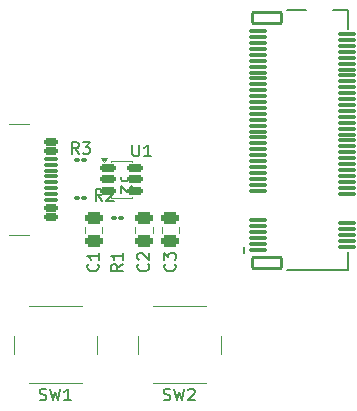
<source format=gbr>
%TF.GenerationSoftware,KiCad,Pcbnew,9.0.5*%
%TF.CreationDate,2025-10-31T02:29:56+01:00*%
%TF.ProjectId,ESP32S3UMCarrierBoard,45535033-3253-4335-954d-436172726965,rev?*%
%TF.SameCoordinates,Original*%
%TF.FileFunction,Legend,Top*%
%TF.FilePolarity,Positive*%
%FSLAX46Y46*%
G04 Gerber Fmt 4.6, Leading zero omitted, Abs format (unit mm)*
G04 Created by KiCad (PCBNEW 9.0.5) date 2025-10-31 02:29:56*
%MOMM*%
%LPD*%
G01*
G04 APERTURE LIST*
G04 Aperture macros list*
%AMRoundRect*
0 Rectangle with rounded corners*
0 $1 Rounding radius*
0 $2 $3 $4 $5 $6 $7 $8 $9 X,Y pos of 4 corners*
0 Add a 4 corners polygon primitive as box body*
4,1,4,$2,$3,$4,$5,$6,$7,$8,$9,$2,$3,0*
0 Add four circle primitives for the rounded corners*
1,1,$1+$1,$2,$3*
1,1,$1+$1,$4,$5*
1,1,$1+$1,$6,$7*
1,1,$1+$1,$8,$9*
0 Add four rect primitives between the rounded corners*
20,1,$1+$1,$2,$3,$4,$5,0*
20,1,$1+$1,$4,$5,$6,$7,0*
20,1,$1+$1,$6,$7,$8,$9,0*
20,1,$1+$1,$8,$9,$2,$3,0*%
G04 Aperture macros list end*
%ADD10C,0.150000*%
%ADD11C,0.120000*%
%ADD12C,0.127000*%
%ADD13C,1.025000*%
%ADD14C,0.725000*%
%ADD15RoundRect,0.250000X-0.475000X0.250000X-0.475000X-0.250000X0.475000X-0.250000X0.475000X0.250000X0*%
%ADD16RoundRect,0.100000X-0.130000X-0.100000X0.130000X-0.100000X0.130000X0.100000X-0.130000X0.100000X0*%
%ADD17C,2.000000*%
%ADD18RoundRect,0.150000X-0.512500X-0.150000X0.512500X-0.150000X0.512500X0.150000X-0.512500X0.150000X0*%
%ADD19C,4.600000*%
%ADD20RoundRect,0.152500X1.232500X-0.457500X1.232500X0.457500X-1.232500X0.457500X-1.232500X-0.457500X0*%
%ADD21C,1.100000*%
%ADD22C,1.550000*%
%ADD23RoundRect,0.080000X0.705000X-0.080000X0.705000X0.080000X-0.705000X0.080000X-0.705000X-0.080000X0*%
%ADD24C,0.650000*%
%ADD25RoundRect,0.150000X-0.425000X0.150000X-0.425000X-0.150000X0.425000X-0.150000X0.425000X0.150000X0*%
%ADD26RoundRect,0.075000X-0.500000X0.075000X-0.500000X-0.075000X0.500000X-0.075000X0.500000X0.075000X0*%
%ADD27O,2.100000X1.000000*%
%ADD28O,1.800000X1.000000*%
G04 APERTURE END LIST*
D10*
X11109580Y15333334D02*
X11157200Y15285715D01*
X11157200Y15285715D02*
X11204819Y15142858D01*
X11204819Y15142858D02*
X11204819Y15047620D01*
X11204819Y15047620D02*
X11157200Y14904763D01*
X11157200Y14904763D02*
X11061961Y14809525D01*
X11061961Y14809525D02*
X10966723Y14761906D01*
X10966723Y14761906D02*
X10776247Y14714287D01*
X10776247Y14714287D02*
X10633390Y14714287D01*
X10633390Y14714287D02*
X10442914Y14761906D01*
X10442914Y14761906D02*
X10347676Y14809525D01*
X10347676Y14809525D02*
X10252438Y14904763D01*
X10252438Y14904763D02*
X10204819Y15047620D01*
X10204819Y15047620D02*
X10204819Y15142858D01*
X10204819Y15142858D02*
X10252438Y15285715D01*
X10252438Y15285715D02*
X10300057Y15333334D01*
X11204819Y16285715D02*
X11204819Y15714287D01*
X11204819Y16000001D02*
X10204819Y16000001D01*
X10204819Y16000001D02*
X10347676Y15904763D01*
X10347676Y15904763D02*
X10442914Y15809525D01*
X10442914Y15809525D02*
X10490533Y15714287D01*
X17609580Y15333334D02*
X17657200Y15285715D01*
X17657200Y15285715D02*
X17704819Y15142858D01*
X17704819Y15142858D02*
X17704819Y15047620D01*
X17704819Y15047620D02*
X17657200Y14904763D01*
X17657200Y14904763D02*
X17561961Y14809525D01*
X17561961Y14809525D02*
X17466723Y14761906D01*
X17466723Y14761906D02*
X17276247Y14714287D01*
X17276247Y14714287D02*
X17133390Y14714287D01*
X17133390Y14714287D02*
X16942914Y14761906D01*
X16942914Y14761906D02*
X16847676Y14809525D01*
X16847676Y14809525D02*
X16752438Y14904763D01*
X16752438Y14904763D02*
X16704819Y15047620D01*
X16704819Y15047620D02*
X16704819Y15142858D01*
X16704819Y15142858D02*
X16752438Y15285715D01*
X16752438Y15285715D02*
X16800057Y15333334D01*
X16704819Y15666668D02*
X16704819Y16285715D01*
X16704819Y16285715D02*
X17085771Y15952382D01*
X17085771Y15952382D02*
X17085771Y16095239D01*
X17085771Y16095239D02*
X17133390Y16190477D01*
X17133390Y16190477D02*
X17181009Y16238096D01*
X17181009Y16238096D02*
X17276247Y16285715D01*
X17276247Y16285715D02*
X17514342Y16285715D01*
X17514342Y16285715D02*
X17609580Y16238096D01*
X17609580Y16238096D02*
X17657200Y16190477D01*
X17657200Y16190477D02*
X17704819Y16095239D01*
X17704819Y16095239D02*
X17704819Y15809525D01*
X17704819Y15809525D02*
X17657200Y15714287D01*
X17657200Y15714287D02*
X17609580Y15666668D01*
X11478333Y20695181D02*
X11145000Y21171372D01*
X10906905Y20695181D02*
X10906905Y21695181D01*
X10906905Y21695181D02*
X11287857Y21695181D01*
X11287857Y21695181D02*
X11383095Y21647562D01*
X11383095Y21647562D02*
X11430714Y21599943D01*
X11430714Y21599943D02*
X11478333Y21504705D01*
X11478333Y21504705D02*
X11478333Y21361848D01*
X11478333Y21361848D02*
X11430714Y21266610D01*
X11430714Y21266610D02*
X11383095Y21218991D01*
X11383095Y21218991D02*
X11287857Y21171372D01*
X11287857Y21171372D02*
X10906905Y21171372D01*
X11859286Y21599943D02*
X11906905Y21647562D01*
X11906905Y21647562D02*
X12002143Y21695181D01*
X12002143Y21695181D02*
X12240238Y21695181D01*
X12240238Y21695181D02*
X12335476Y21647562D01*
X12335476Y21647562D02*
X12383095Y21599943D01*
X12383095Y21599943D02*
X12430714Y21504705D01*
X12430714Y21504705D02*
X12430714Y21409467D01*
X12430714Y21409467D02*
X12383095Y21266610D01*
X12383095Y21266610D02*
X11811667Y20695181D01*
X11811667Y20695181D02*
X12430714Y20695181D01*
X6166667Y3842800D02*
X6309524Y3795181D01*
X6309524Y3795181D02*
X6547619Y3795181D01*
X6547619Y3795181D02*
X6642857Y3842800D01*
X6642857Y3842800D02*
X6690476Y3890420D01*
X6690476Y3890420D02*
X6738095Y3985658D01*
X6738095Y3985658D02*
X6738095Y4080896D01*
X6738095Y4080896D02*
X6690476Y4176134D01*
X6690476Y4176134D02*
X6642857Y4223753D01*
X6642857Y4223753D02*
X6547619Y4271372D01*
X6547619Y4271372D02*
X6357143Y4318991D01*
X6357143Y4318991D02*
X6261905Y4366610D01*
X6261905Y4366610D02*
X6214286Y4414229D01*
X6214286Y4414229D02*
X6166667Y4509467D01*
X6166667Y4509467D02*
X6166667Y4604705D01*
X6166667Y4604705D02*
X6214286Y4699943D01*
X6214286Y4699943D02*
X6261905Y4747562D01*
X6261905Y4747562D02*
X6357143Y4795181D01*
X6357143Y4795181D02*
X6595238Y4795181D01*
X6595238Y4795181D02*
X6738095Y4747562D01*
X7071429Y4795181D02*
X7309524Y3795181D01*
X7309524Y3795181D02*
X7500000Y4509467D01*
X7500000Y4509467D02*
X7690476Y3795181D01*
X7690476Y3795181D02*
X7928572Y4795181D01*
X8833333Y3795181D02*
X8261905Y3795181D01*
X8547619Y3795181D02*
X8547619Y4795181D01*
X8547619Y4795181D02*
X8452381Y4652324D01*
X8452381Y4652324D02*
X8357143Y4557086D01*
X8357143Y4557086D02*
X8261905Y4509467D01*
X16666667Y3842800D02*
X16809524Y3795181D01*
X16809524Y3795181D02*
X17047619Y3795181D01*
X17047619Y3795181D02*
X17142857Y3842800D01*
X17142857Y3842800D02*
X17190476Y3890420D01*
X17190476Y3890420D02*
X17238095Y3985658D01*
X17238095Y3985658D02*
X17238095Y4080896D01*
X17238095Y4080896D02*
X17190476Y4176134D01*
X17190476Y4176134D02*
X17142857Y4223753D01*
X17142857Y4223753D02*
X17047619Y4271372D01*
X17047619Y4271372D02*
X16857143Y4318991D01*
X16857143Y4318991D02*
X16761905Y4366610D01*
X16761905Y4366610D02*
X16714286Y4414229D01*
X16714286Y4414229D02*
X16666667Y4509467D01*
X16666667Y4509467D02*
X16666667Y4604705D01*
X16666667Y4604705D02*
X16714286Y4699943D01*
X16714286Y4699943D02*
X16761905Y4747562D01*
X16761905Y4747562D02*
X16857143Y4795181D01*
X16857143Y4795181D02*
X17095238Y4795181D01*
X17095238Y4795181D02*
X17238095Y4747562D01*
X17571429Y4795181D02*
X17809524Y3795181D01*
X17809524Y3795181D02*
X18000000Y4509467D01*
X18000000Y4509467D02*
X18190476Y3795181D01*
X18190476Y3795181D02*
X18428572Y4795181D01*
X18761905Y4699943D02*
X18809524Y4747562D01*
X18809524Y4747562D02*
X18904762Y4795181D01*
X18904762Y4795181D02*
X19142857Y4795181D01*
X19142857Y4795181D02*
X19238095Y4747562D01*
X19238095Y4747562D02*
X19285714Y4699943D01*
X19285714Y4699943D02*
X19333333Y4604705D01*
X19333333Y4604705D02*
X19333333Y4509467D01*
X19333333Y4509467D02*
X19285714Y4366610D01*
X19285714Y4366610D02*
X18714286Y3795181D01*
X18714286Y3795181D02*
X19333333Y3795181D01*
X14038095Y25445181D02*
X14038095Y24635658D01*
X14038095Y24635658D02*
X14085714Y24540420D01*
X14085714Y24540420D02*
X14133333Y24492800D01*
X14133333Y24492800D02*
X14228571Y24445181D01*
X14228571Y24445181D02*
X14419047Y24445181D01*
X14419047Y24445181D02*
X14514285Y24492800D01*
X14514285Y24492800D02*
X14561904Y24540420D01*
X14561904Y24540420D02*
X14609523Y24635658D01*
X14609523Y24635658D02*
X14609523Y25445181D01*
X15609523Y24445181D02*
X15038095Y24445181D01*
X15323809Y24445181D02*
X15323809Y25445181D01*
X15323809Y25445181D02*
X15228571Y25302324D01*
X15228571Y25302324D02*
X15133333Y25207086D01*
X15133333Y25207086D02*
X15038095Y25159467D01*
X9478333Y24645181D02*
X9145000Y25121372D01*
X8906905Y24645181D02*
X8906905Y25645181D01*
X8906905Y25645181D02*
X9287857Y25645181D01*
X9287857Y25645181D02*
X9383095Y25597562D01*
X9383095Y25597562D02*
X9430714Y25549943D01*
X9430714Y25549943D02*
X9478333Y25454705D01*
X9478333Y25454705D02*
X9478333Y25311848D01*
X9478333Y25311848D02*
X9430714Y25216610D01*
X9430714Y25216610D02*
X9383095Y25168991D01*
X9383095Y25168991D02*
X9287857Y25121372D01*
X9287857Y25121372D02*
X8906905Y25121372D01*
X9811667Y25645181D02*
X10430714Y25645181D01*
X10430714Y25645181D02*
X10097381Y25264229D01*
X10097381Y25264229D02*
X10240238Y25264229D01*
X10240238Y25264229D02*
X10335476Y25216610D01*
X10335476Y25216610D02*
X10383095Y25168991D01*
X10383095Y25168991D02*
X10430714Y25073753D01*
X10430714Y25073753D02*
X10430714Y24835658D01*
X10430714Y24835658D02*
X10383095Y24740420D01*
X10383095Y24740420D02*
X10335476Y24692800D01*
X10335476Y24692800D02*
X10240238Y24645181D01*
X10240238Y24645181D02*
X9954524Y24645181D01*
X9954524Y24645181D02*
X9859286Y24692800D01*
X9859286Y24692800D02*
X9811667Y24740420D01*
X15359580Y15333334D02*
X15407200Y15285715D01*
X15407200Y15285715D02*
X15454819Y15142858D01*
X15454819Y15142858D02*
X15454819Y15047620D01*
X15454819Y15047620D02*
X15407200Y14904763D01*
X15407200Y14904763D02*
X15311961Y14809525D01*
X15311961Y14809525D02*
X15216723Y14761906D01*
X15216723Y14761906D02*
X15026247Y14714287D01*
X15026247Y14714287D02*
X14883390Y14714287D01*
X14883390Y14714287D02*
X14692914Y14761906D01*
X14692914Y14761906D02*
X14597676Y14809525D01*
X14597676Y14809525D02*
X14502438Y14904763D01*
X14502438Y14904763D02*
X14454819Y15047620D01*
X14454819Y15047620D02*
X14454819Y15142858D01*
X14454819Y15142858D02*
X14502438Y15285715D01*
X14502438Y15285715D02*
X14550057Y15333334D01*
X14550057Y15714287D02*
X14502438Y15761906D01*
X14502438Y15761906D02*
X14454819Y15857144D01*
X14454819Y15857144D02*
X14454819Y16095239D01*
X14454819Y16095239D02*
X14502438Y16190477D01*
X14502438Y16190477D02*
X14550057Y16238096D01*
X14550057Y16238096D02*
X14645295Y16285715D01*
X14645295Y16285715D02*
X14740533Y16285715D01*
X14740533Y16285715D02*
X14883390Y16238096D01*
X14883390Y16238096D02*
X15454819Y15666668D01*
X15454819Y15666668D02*
X15454819Y16285715D01*
X14025565Y22352949D02*
X13311280Y22352949D01*
X13311280Y22352949D02*
X13168423Y22400568D01*
X13168423Y22400568D02*
X13073185Y22495806D01*
X13073185Y22495806D02*
X13025565Y22638663D01*
X13025565Y22638663D02*
X13025565Y22733901D01*
X13930327Y21924377D02*
X13977946Y21876758D01*
X13977946Y21876758D02*
X14025565Y21781520D01*
X14025565Y21781520D02*
X14025565Y21543425D01*
X14025565Y21543425D02*
X13977946Y21448187D01*
X13977946Y21448187D02*
X13930327Y21400568D01*
X13930327Y21400568D02*
X13835089Y21352949D01*
X13835089Y21352949D02*
X13739851Y21352949D01*
X13739851Y21352949D02*
X13596994Y21400568D01*
X13596994Y21400568D02*
X13025565Y21971996D01*
X13025565Y21971996D02*
X13025565Y21352949D01*
X13204819Y15333334D02*
X12728628Y15000001D01*
X13204819Y14761906D02*
X12204819Y14761906D01*
X12204819Y14761906D02*
X12204819Y15142858D01*
X12204819Y15142858D02*
X12252438Y15238096D01*
X12252438Y15238096D02*
X12300057Y15285715D01*
X12300057Y15285715D02*
X12395295Y15333334D01*
X12395295Y15333334D02*
X12538152Y15333334D01*
X12538152Y15333334D02*
X12633390Y15285715D01*
X12633390Y15285715D02*
X12681009Y15238096D01*
X12681009Y15238096D02*
X12728628Y15142858D01*
X12728628Y15142858D02*
X12728628Y14761906D01*
X13204819Y16285715D02*
X13204819Y15714287D01*
X13204819Y16000001D02*
X12204819Y16000001D01*
X12204819Y16000001D02*
X12347676Y15904763D01*
X12347676Y15904763D02*
X12442914Y15809525D01*
X12442914Y15809525D02*
X12490533Y15714287D01*
D11*
%TO.C,C1*%
X10015000Y18511252D02*
X10015000Y17988748D01*
X11485000Y18511252D02*
X11485000Y17988748D01*
%TO.C,C3*%
X16515000Y18511252D02*
X16515000Y17988748D01*
X17985000Y18511252D02*
X17985000Y17988748D01*
%TO.C,SW1*%
X4000000Y9250000D02*
X4000000Y7750000D01*
X5250000Y5250000D02*
X9750000Y5250000D01*
X9750000Y11750000D02*
X5250000Y11750000D01*
X11000000Y7750000D02*
X11000000Y9250000D01*
%TO.C,SW2*%
X14500000Y9250000D02*
X14500000Y7750000D01*
X15750000Y5250000D02*
X20250000Y5250000D01*
X20250000Y11750000D02*
X15750000Y11750000D01*
X21500000Y7750000D02*
X21500000Y9250000D01*
%TO.C,U1*%
X12190000Y24060000D02*
X14010000Y24060000D01*
X12190000Y24010000D02*
X12190000Y24060000D01*
X12190000Y20940000D02*
X12190000Y20990000D01*
X14010000Y24060000D02*
X14010000Y24010000D01*
X14010000Y20990000D02*
X14010000Y20940000D01*
X14010000Y20940000D02*
X12190000Y20940000D01*
X11650000Y24010000D02*
X11410000Y24340000D01*
X11890000Y24340000D01*
X11650000Y24010000D01*
G36*
X11650000Y24010000D02*
G01*
X11410000Y24340000D01*
X11890000Y24340000D01*
X11650000Y24010000D01*
G37*
D12*
%TO.C,J1*%
X23500000Y16800000D02*
X23500000Y16300000D01*
X27095000Y36800000D02*
X28755000Y36800000D01*
X32250000Y36800001D02*
X31045000Y36800000D01*
X32250000Y36800001D02*
X32250000Y35270000D01*
X32250000Y16330000D02*
X32250000Y14799999D01*
X32250000Y14799999D02*
X27095000Y14800000D01*
D11*
%TO.C,C2*%
X14265000Y18511252D02*
X14265000Y17988748D01*
X15735000Y18511252D02*
X15735000Y17988748D01*
%TO.C,J2*%
X3600000Y27170000D02*
X5300000Y27170000D01*
X3600000Y17830000D02*
X5300000Y17830000D01*
%TD*%
%LPC*%
%TO.C,J1*%
D13*
X30412500Y35800000D02*
G75*
G02*
X29387500Y35800000I-512500J0D01*
G01*
X29387500Y35800000D02*
G75*
G02*
X30412500Y35800000I512500J0D01*
G01*
D14*
X30262500Y15800000D02*
G75*
G02*
X29537500Y15800000I-362500J0D01*
G01*
X29537500Y15800000D02*
G75*
G02*
X30262500Y15800000I362500J0D01*
G01*
%TD*%
D15*
%TO.C,C1*%
X10750000Y19200000D03*
X10750000Y17300000D03*
%TD*%
%TO.C,C3*%
X17250000Y19200000D03*
X17250000Y17300000D03*
%TD*%
D16*
%TO.C,R2*%
X9325000Y20900000D03*
X9965000Y20900000D03*
%TD*%
D17*
%TO.C,SW1*%
X10750000Y6250000D03*
X4250000Y6250000D03*
X10750000Y10750000D03*
X4250000Y10750000D03*
%TD*%
%TO.C,SW2*%
X21250000Y6250000D03*
X14750000Y6250000D03*
X21250000Y10750000D03*
X14750000Y10750000D03*
%TD*%
D18*
%TO.C,U1*%
X11962500Y23450000D03*
X11962500Y22500000D03*
X11962500Y21550000D03*
X14237500Y21550000D03*
X14237500Y22500000D03*
X14237500Y23450000D03*
%TD*%
D16*
%TO.C,R3*%
X9325000Y24100000D03*
X9965000Y24100000D03*
%TD*%
D19*
%TO.C,J1*%
X50639999Y15299997D03*
D20*
X25400000Y15450000D03*
D21*
X29900000Y15800000D03*
D22*
X29900000Y35800000D03*
D20*
X25400000Y36150000D03*
D23*
X24625000Y16550000D03*
X32175000Y16800000D03*
X24625000Y17050000D03*
X32175000Y17299999D03*
X24625000Y17550000D03*
X32175000Y17800000D03*
X24625000Y18050000D03*
X32175000Y18300000D03*
X24625000Y18550000D03*
X32174999Y18800000D03*
X24625000Y19050000D03*
X32174999Y21300000D03*
X24625000Y21550000D03*
X32175000Y21800000D03*
X24625000Y22050000D03*
X32175000Y22300000D03*
X24625000Y22550000D03*
X32175000Y22800000D03*
X24625000Y23050000D03*
X32175000Y23300000D03*
X24625000Y23550000D03*
X32174999Y23800000D03*
X24625000Y24050000D03*
X32175000Y24300000D03*
X24625000Y24550000D03*
X32175000Y24800000D03*
X24625000Y25050000D03*
X32175000Y25300001D03*
X24625000Y25550000D03*
X32175000Y25800000D03*
X24625000Y26050000D03*
X32175000Y26299999D03*
X24625000Y26550000D03*
X32175000Y26800000D03*
X24625000Y27050000D03*
X32175000Y27300000D03*
X24625000Y27550000D03*
X32174999Y27800000D03*
X24625000Y28050000D03*
X32175000Y28300000D03*
X24625000Y28550000D03*
X32175000Y28800000D03*
X24625000Y29050000D03*
X32175000Y29300000D03*
X24625000Y29550000D03*
X32175000Y29800000D03*
X24625000Y30050000D03*
X32174999Y30300000D03*
X24625000Y30550000D03*
X32175000Y30800000D03*
X24625000Y31050000D03*
X32175000Y31300000D03*
X24625000Y31550000D03*
X32175000Y31800000D03*
X24625000Y32050000D03*
X32175000Y32300000D03*
X24625000Y32550000D03*
X32174999Y32800000D03*
X24625000Y33050000D03*
X32175000Y33300000D03*
X24625000Y33550000D03*
X32175000Y33800000D03*
X24625000Y34050000D03*
X32175000Y34300001D03*
X24625000Y34550000D03*
X32175000Y34800000D03*
X24625000Y35050000D03*
%TD*%
D15*
%TO.C,C2*%
X15000000Y19200000D03*
X15000000Y17300000D03*
%TD*%
D24*
%TO.C,J2*%
X6105000Y25390000D03*
X6105000Y19610000D03*
D25*
X7180000Y25700000D03*
X7180000Y24900000D03*
D26*
X7180000Y23750000D03*
X7180000Y22750000D03*
X7180000Y22250000D03*
X7180000Y21250000D03*
D25*
X7180000Y20100000D03*
X7180000Y19300000D03*
X7180000Y19300000D03*
X7180000Y20100000D03*
D26*
X7180000Y20750000D03*
X7180000Y21750000D03*
X7180000Y23250000D03*
X7180000Y24250000D03*
D25*
X7180000Y24900000D03*
X7180000Y25700000D03*
D27*
X6605000Y26820000D03*
D28*
X2425000Y26820000D03*
D27*
X6605000Y18180000D03*
D28*
X2425000Y18180000D03*
%TD*%
D16*
%TO.C,R1*%
X12430000Y19250000D03*
X13070000Y19250000D03*
%TD*%
%LPD*%
M02*

</source>
